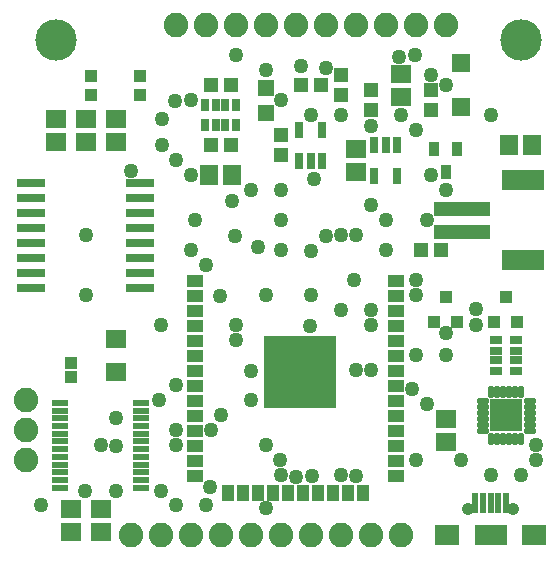
<source format=gts>
G75*
%MOIN*%
%OFA0B0*%
%FSLAX25Y25*%
%IPPOS*%
%LPD*%
%AMOC8*
5,1,8,0,0,1.08239X$1,22.5*
%
%ADD10R,0.06706X0.05918*%
%ADD11R,0.05918X0.06706*%
%ADD12R,0.05131X0.04737*%
%ADD13R,0.07099X0.06312*%
%ADD14R,0.04343X0.04146*%
%ADD15R,0.05524X0.05524*%
%ADD16R,0.06312X0.06312*%
%ADD17R,0.09461X0.03162*%
%ADD18C,0.00951*%
%ADD19R,0.10643X0.10643*%
%ADD20C,0.08200*%
%ADD21R,0.03950X0.04343*%
%ADD22R,0.03300X0.04800*%
%ADD23R,0.04343X0.02572*%
%ADD24R,0.04737X0.05131*%
%ADD25R,0.02572X0.04343*%
%ADD26R,0.04343X0.04343*%
%ADD27R,0.05524X0.02375*%
%ADD28R,0.02965X0.05524*%
%ADD29R,0.05524X0.04343*%
%ADD30R,0.04343X0.05524*%
%ADD31R,0.24422X0.24422*%
%ADD32R,0.18910X0.04737*%
%ADD33R,0.14186X0.07099*%
%ADD34R,0.02375X0.06509*%
%ADD35C,0.04146*%
%ADD36R,0.07874X0.06693*%
%ADD37R,0.10630X0.06693*%
%ADD38C,0.13800*%
%ADD39C,0.04965*%
D10*
X0032913Y0022606D03*
X0032913Y0030087D03*
X0042913Y0030087D03*
X0042913Y0022606D03*
X0157913Y0052606D03*
X0157913Y0060087D03*
X0127913Y0142606D03*
X0127913Y0150087D03*
X0142913Y0167606D03*
X0142913Y0175087D03*
X0047913Y0160087D03*
X0047913Y0152606D03*
X0037913Y0152606D03*
X0037913Y0160087D03*
X0027913Y0160087D03*
X0027913Y0152606D03*
D11*
X0079173Y0141346D03*
X0086654Y0141346D03*
X0179173Y0151346D03*
X0186654Y0151346D03*
D12*
X0156260Y0116346D03*
X0149567Y0116346D03*
X0116260Y0171346D03*
X0109567Y0171346D03*
X0086260Y0171346D03*
X0079567Y0171346D03*
X0079567Y0151346D03*
X0086260Y0151346D03*
D13*
X0047913Y0086858D03*
X0047913Y0075835D03*
D14*
X0032913Y0074063D03*
X0032913Y0078630D03*
D15*
X0097913Y0162213D03*
X0097913Y0170480D03*
D16*
X0162913Y0164063D03*
X0162913Y0178630D03*
D17*
X0056024Y0138846D03*
X0056024Y0133846D03*
X0056024Y0128846D03*
X0056024Y0123846D03*
X0056024Y0118846D03*
X0056024Y0113846D03*
X0056024Y0108846D03*
X0056024Y0103846D03*
X0019803Y0103846D03*
X0019803Y0108846D03*
X0019803Y0113846D03*
X0019803Y0118846D03*
X0019803Y0123846D03*
X0019803Y0128846D03*
X0019803Y0133846D03*
X0019803Y0138846D03*
D18*
X0168539Y0065792D02*
X0171539Y0065792D01*
X0168539Y0065792D02*
X0168539Y0066744D01*
X0171539Y0066744D01*
X0171539Y0065792D01*
X0171539Y0066742D02*
X0168539Y0066742D01*
X0168539Y0063823D02*
X0171539Y0063823D01*
X0168539Y0063823D02*
X0168539Y0064775D01*
X0171539Y0064775D01*
X0171539Y0063823D01*
X0171539Y0064773D02*
X0168539Y0064773D01*
X0168539Y0061855D02*
X0171539Y0061855D01*
X0168539Y0061855D02*
X0168539Y0062807D01*
X0171539Y0062807D01*
X0171539Y0061855D01*
X0171539Y0062805D02*
X0168539Y0062805D01*
X0168539Y0059886D02*
X0171539Y0059886D01*
X0168539Y0059886D02*
X0168539Y0060838D01*
X0171539Y0060838D01*
X0171539Y0059886D01*
X0171539Y0060836D02*
X0168539Y0060836D01*
X0168539Y0057918D02*
X0171539Y0057918D01*
X0168539Y0057918D02*
X0168539Y0058870D01*
X0171539Y0058870D01*
X0171539Y0057918D01*
X0171539Y0058868D02*
X0168539Y0058868D01*
X0168539Y0055949D02*
X0171539Y0055949D01*
X0168539Y0055949D02*
X0168539Y0056901D01*
X0171539Y0056901D01*
X0171539Y0055949D01*
X0171539Y0056899D02*
X0168539Y0056899D01*
X0172516Y0054972D02*
X0172516Y0051972D01*
X0172516Y0054972D02*
X0173468Y0054972D01*
X0173468Y0051972D01*
X0172516Y0051972D01*
X0172516Y0052922D02*
X0173468Y0052922D01*
X0173468Y0053872D02*
X0172516Y0053872D01*
X0172516Y0054822D02*
X0173468Y0054822D01*
X0174485Y0054972D02*
X0174485Y0051972D01*
X0174485Y0054972D02*
X0175437Y0054972D01*
X0175437Y0051972D01*
X0174485Y0051972D01*
X0174485Y0052922D02*
X0175437Y0052922D01*
X0175437Y0053872D02*
X0174485Y0053872D01*
X0174485Y0054822D02*
X0175437Y0054822D01*
X0176453Y0054972D02*
X0176453Y0051972D01*
X0176453Y0054972D02*
X0177405Y0054972D01*
X0177405Y0051972D01*
X0176453Y0051972D01*
X0176453Y0052922D02*
X0177405Y0052922D01*
X0177405Y0053872D02*
X0176453Y0053872D01*
X0176453Y0054822D02*
X0177405Y0054822D01*
X0178422Y0054972D02*
X0178422Y0051972D01*
X0178422Y0054972D02*
X0179374Y0054972D01*
X0179374Y0051972D01*
X0178422Y0051972D01*
X0178422Y0052922D02*
X0179374Y0052922D01*
X0179374Y0053872D02*
X0178422Y0053872D01*
X0178422Y0054822D02*
X0179374Y0054822D01*
X0180390Y0054972D02*
X0180390Y0051972D01*
X0180390Y0054972D02*
X0181342Y0054972D01*
X0181342Y0051972D01*
X0180390Y0051972D01*
X0180390Y0052922D02*
X0181342Y0052922D01*
X0181342Y0053872D02*
X0180390Y0053872D01*
X0180390Y0054822D02*
X0181342Y0054822D01*
X0182359Y0054972D02*
X0182359Y0051972D01*
X0182359Y0054972D02*
X0183311Y0054972D01*
X0183311Y0051972D01*
X0182359Y0051972D01*
X0182359Y0052922D02*
X0183311Y0052922D01*
X0183311Y0053872D02*
X0182359Y0053872D01*
X0182359Y0054822D02*
X0183311Y0054822D01*
X0184287Y0056901D02*
X0187287Y0056901D01*
X0187287Y0055949D01*
X0184287Y0055949D01*
X0184287Y0056901D01*
X0184287Y0056899D02*
X0187287Y0056899D01*
X0187287Y0058870D02*
X0184287Y0058870D01*
X0187287Y0058870D02*
X0187287Y0057918D01*
X0184287Y0057918D01*
X0184287Y0058870D01*
X0184287Y0058868D02*
X0187287Y0058868D01*
X0187287Y0060838D02*
X0184287Y0060838D01*
X0187287Y0060838D02*
X0187287Y0059886D01*
X0184287Y0059886D01*
X0184287Y0060838D01*
X0184287Y0060836D02*
X0187287Y0060836D01*
X0187287Y0062807D02*
X0184287Y0062807D01*
X0187287Y0062807D02*
X0187287Y0061855D01*
X0184287Y0061855D01*
X0184287Y0062807D01*
X0184287Y0062805D02*
X0187287Y0062805D01*
X0187287Y0064775D02*
X0184287Y0064775D01*
X0187287Y0064775D02*
X0187287Y0063823D01*
X0184287Y0063823D01*
X0184287Y0064775D01*
X0184287Y0064773D02*
X0187287Y0064773D01*
X0187287Y0066744D02*
X0184287Y0066744D01*
X0187287Y0066744D02*
X0187287Y0065792D01*
X0184287Y0065792D01*
X0184287Y0066744D01*
X0184287Y0066742D02*
X0187287Y0066742D01*
X0183311Y0067720D02*
X0183311Y0070720D01*
X0183311Y0067720D02*
X0182359Y0067720D01*
X0182359Y0070720D01*
X0183311Y0070720D01*
X0183311Y0068670D02*
X0182359Y0068670D01*
X0182359Y0069620D02*
X0183311Y0069620D01*
X0183311Y0070570D02*
X0182359Y0070570D01*
X0181342Y0070720D02*
X0181342Y0067720D01*
X0180390Y0067720D01*
X0180390Y0070720D01*
X0181342Y0070720D01*
X0181342Y0068670D02*
X0180390Y0068670D01*
X0180390Y0069620D02*
X0181342Y0069620D01*
X0181342Y0070570D02*
X0180390Y0070570D01*
X0179374Y0070720D02*
X0179374Y0067720D01*
X0178422Y0067720D01*
X0178422Y0070720D01*
X0179374Y0070720D01*
X0179374Y0068670D02*
X0178422Y0068670D01*
X0178422Y0069620D02*
X0179374Y0069620D01*
X0179374Y0070570D02*
X0178422Y0070570D01*
X0177405Y0070720D02*
X0177405Y0067720D01*
X0176453Y0067720D01*
X0176453Y0070720D01*
X0177405Y0070720D01*
X0177405Y0068670D02*
X0176453Y0068670D01*
X0176453Y0069620D02*
X0177405Y0069620D01*
X0177405Y0070570D02*
X0176453Y0070570D01*
X0175437Y0070720D02*
X0175437Y0067720D01*
X0174485Y0067720D01*
X0174485Y0070720D01*
X0175437Y0070720D01*
X0175437Y0068670D02*
X0174485Y0068670D01*
X0174485Y0069620D02*
X0175437Y0069620D01*
X0175437Y0070570D02*
X0174485Y0070570D01*
X0173468Y0070720D02*
X0173468Y0067720D01*
X0172516Y0067720D01*
X0172516Y0070720D01*
X0173468Y0070720D01*
X0173468Y0068670D02*
X0172516Y0068670D01*
X0172516Y0069620D02*
X0173468Y0069620D01*
X0173468Y0070570D02*
X0172516Y0070570D01*
D19*
X0177913Y0061346D03*
D20*
X0142913Y0021346D03*
X0132913Y0021346D03*
X0122913Y0021346D03*
X0112913Y0021346D03*
X0102913Y0021346D03*
X0092913Y0021346D03*
X0082913Y0021346D03*
X0072913Y0021346D03*
X0062913Y0021346D03*
X0052913Y0021346D03*
X0017913Y0046346D03*
X0017913Y0056346D03*
X0017913Y0066346D03*
X0067913Y0191346D03*
X0077913Y0191346D03*
X0087913Y0191346D03*
X0097913Y0191346D03*
X0107913Y0191346D03*
X0117913Y0191346D03*
X0127913Y0191346D03*
X0137913Y0191346D03*
X0147913Y0191346D03*
X0157913Y0191346D03*
D21*
X0157913Y0100677D03*
X0154173Y0092409D03*
X0161654Y0092409D03*
X0174173Y0092409D03*
X0181654Y0092409D03*
X0177913Y0100677D03*
D22*
X0157913Y0142409D03*
X0154173Y0150283D03*
X0161654Y0150283D03*
D23*
X0174567Y0086465D03*
X0174567Y0082921D03*
X0174567Y0079772D03*
X0174567Y0076228D03*
X0181260Y0076228D03*
X0181260Y0079772D03*
X0181260Y0082921D03*
X0181260Y0086465D03*
D24*
X0152913Y0163000D03*
X0152913Y0169693D03*
X0132913Y0169693D03*
X0132913Y0163000D03*
X0122913Y0168000D03*
X0122913Y0174693D03*
X0102913Y0154693D03*
X0102913Y0148000D03*
D25*
X0088031Y0158000D03*
X0084488Y0158000D03*
X0081339Y0158000D03*
X0077795Y0158000D03*
X0077795Y0164693D03*
X0081339Y0164693D03*
X0084488Y0164693D03*
X0088031Y0164693D03*
D26*
X0055984Y0168197D03*
X0055984Y0174496D03*
X0039843Y0174496D03*
X0039843Y0168197D03*
D27*
X0029449Y0065421D03*
X0029449Y0062862D03*
X0029449Y0060303D03*
X0029449Y0057744D03*
X0029449Y0055185D03*
X0029449Y0052626D03*
X0029449Y0050067D03*
X0029449Y0047508D03*
X0029449Y0044949D03*
X0029449Y0042390D03*
X0029449Y0039831D03*
X0029449Y0037272D03*
X0056378Y0037272D03*
X0056378Y0039831D03*
X0056378Y0042390D03*
X0056378Y0044949D03*
X0056378Y0047508D03*
X0056378Y0050067D03*
X0056378Y0052626D03*
X0056378Y0055185D03*
X0056378Y0057744D03*
X0056378Y0060303D03*
X0056378Y0062862D03*
X0056378Y0065421D03*
D28*
X0109173Y0146228D03*
X0112913Y0146228D03*
X0116654Y0146228D03*
X0116654Y0156465D03*
X0109173Y0156465D03*
X0134173Y0151465D03*
X0137913Y0151465D03*
X0141654Y0151465D03*
X0141654Y0141228D03*
X0134173Y0141228D03*
D29*
X0141378Y0106031D03*
X0141378Y0101031D03*
X0141378Y0096031D03*
X0141378Y0091031D03*
X0141378Y0086031D03*
X0141378Y0081031D03*
X0141378Y0076031D03*
X0141378Y0071031D03*
X0141378Y0066031D03*
X0141378Y0061031D03*
X0141378Y0056031D03*
X0141378Y0051031D03*
X0141378Y0046031D03*
X0141378Y0041031D03*
X0074449Y0041031D03*
X0074449Y0046031D03*
X0074449Y0051031D03*
X0074449Y0056031D03*
X0074449Y0061031D03*
X0074449Y0066031D03*
X0074449Y0071031D03*
X0074449Y0076031D03*
X0074449Y0081031D03*
X0074449Y0086031D03*
X0074449Y0091031D03*
X0074449Y0096031D03*
X0074449Y0101031D03*
X0074449Y0106031D03*
D30*
X0085472Y0035559D03*
X0090472Y0035559D03*
X0095472Y0035559D03*
X0100472Y0035559D03*
X0105472Y0035559D03*
X0110472Y0035559D03*
X0115472Y0035559D03*
X0120472Y0035559D03*
X0125472Y0035559D03*
X0130472Y0035559D03*
D31*
X0109252Y0075717D03*
D32*
X0163346Y0122409D03*
X0163346Y0130283D03*
D33*
X0183819Y0139732D03*
X0183819Y0112961D03*
D34*
X0178031Y0032075D03*
X0175472Y0032075D03*
X0172913Y0032075D03*
X0170354Y0032075D03*
X0167795Y0032075D03*
D35*
X0165433Y0030008D03*
X0180394Y0030008D03*
D36*
X0187417Y0021346D03*
X0158409Y0021346D03*
D37*
X0172913Y0021346D03*
D38*
X0182913Y0186346D03*
X0027913Y0186346D03*
D39*
X0022913Y0031346D03*
X0037809Y0036242D03*
X0047913Y0036148D03*
X0062913Y0036231D03*
X0067913Y0031346D03*
X0078131Y0031346D03*
X0079231Y0037603D03*
X0067913Y0051346D03*
X0067913Y0056346D03*
X0062354Y0066346D03*
X0067913Y0071346D03*
X0082913Y0061346D03*
X0079694Y0056333D03*
X0092913Y0066346D03*
X0093017Y0076242D03*
X0088087Y0086381D03*
X0087913Y0091346D03*
X0082809Y0101242D03*
X0077913Y0111346D03*
X0072913Y0116346D03*
X0074231Y0126346D03*
X0086758Y0132710D03*
X0092913Y0136346D03*
X0102913Y0136346D03*
X0102913Y0126346D03*
X0095413Y0117450D03*
X0102913Y0116346D03*
X0113017Y0116242D03*
X0117913Y0120957D03*
X0122913Y0121346D03*
X0127913Y0121346D03*
X0137913Y0116346D03*
X0137913Y0126346D03*
X0132913Y0131346D03*
X0151596Y0126346D03*
X0157913Y0136346D03*
X0152913Y0141346D03*
X0147913Y0156346D03*
X0142913Y0161346D03*
X0132913Y0157928D03*
X0122913Y0161603D03*
X0112913Y0161346D03*
X0102913Y0166346D03*
X0097913Y0176346D03*
X0087913Y0181346D03*
X0072913Y0166346D03*
X0067809Y0166242D03*
X0063307Y0160087D03*
X0063307Y0151346D03*
X0067913Y0146346D03*
X0072913Y0141346D03*
X0052913Y0142910D03*
X0037913Y0121346D03*
X0037913Y0101346D03*
X0062913Y0091346D03*
X0087809Y0121242D03*
X0097913Y0101346D03*
X0113017Y0101451D03*
X0112809Y0091242D03*
X0122913Y0096346D03*
X0127231Y0106346D03*
X0132913Y0096346D03*
X0132913Y0091346D03*
X0147913Y0101346D03*
X0147913Y0106346D03*
X0157913Y0088726D03*
X0157913Y0081346D03*
X0148032Y0081346D03*
X0146821Y0070254D03*
X0151821Y0065254D03*
X0147913Y0046346D03*
X0162913Y0046346D03*
X0172913Y0041346D03*
X0182913Y0041346D03*
X0187913Y0046346D03*
X0187913Y0051346D03*
X0167913Y0091346D03*
X0167913Y0096698D03*
X0132983Y0076346D03*
X0128017Y0076451D03*
X0102809Y0046451D03*
X0097913Y0051346D03*
X0102913Y0041346D03*
X0107913Y0040804D03*
X0113289Y0040971D03*
X0122913Y0041346D03*
X0128121Y0041138D03*
X0097913Y0030314D03*
X0048017Y0051242D03*
X0042913Y0051346D03*
X0047913Y0060303D03*
X0114060Y0140199D03*
X0117913Y0177140D03*
X0109787Y0177664D03*
X0142520Y0180953D03*
X0147809Y0181451D03*
X0152913Y0174947D03*
X0157913Y0171346D03*
X0172913Y0161346D03*
M02*

</source>
